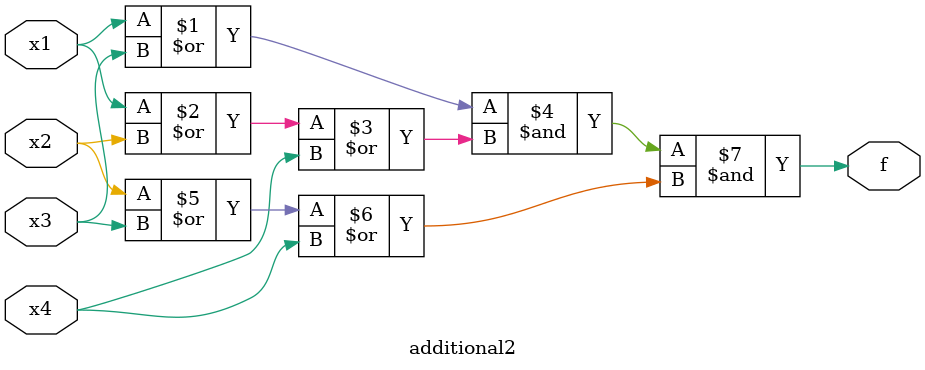
<source format=v>
module additional2(x1,x2,x3,x4,f);
	input x1,x2,x3,x4;
	output f;
	assign f = (x1|x3)&(x1|x2|x4)&(x2|x3|x4);
endmodule
	

</source>
